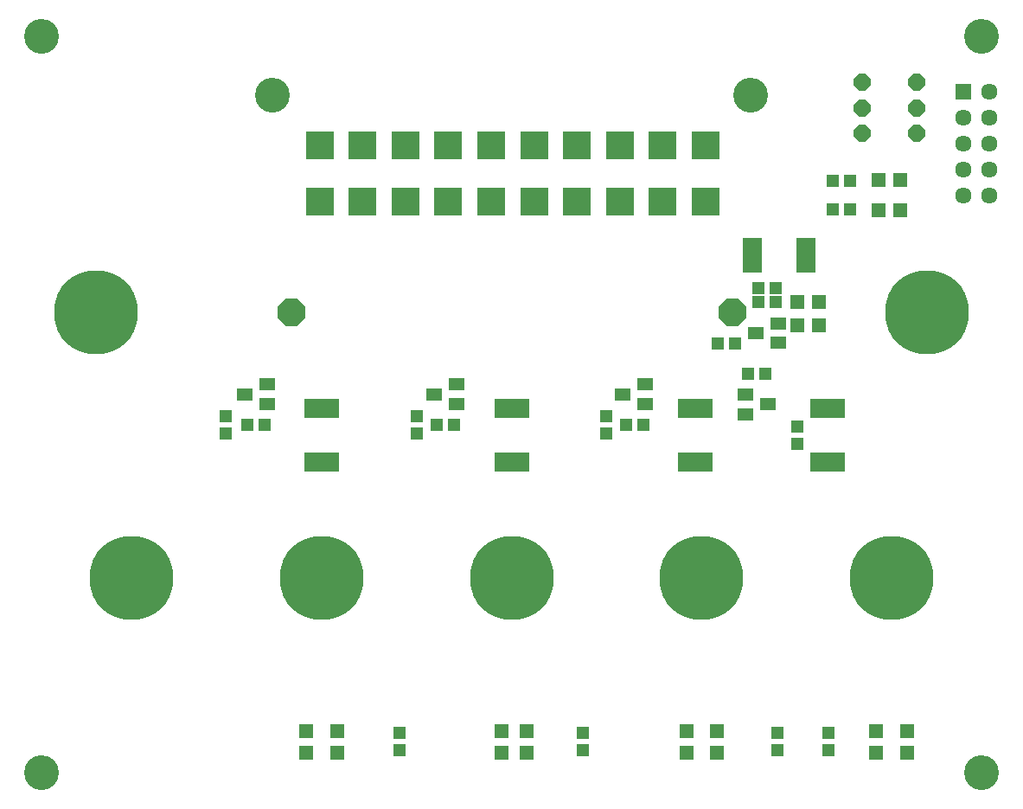
<source format=gbr>
G04 EAGLE Gerber RS-274X export*
G75*
%MOMM*%
%FSLAX34Y34*%
%LPD*%
%INSoldermask Top*%
%IPPOS*%
%AMOC8*
5,1,8,0,0,1.08239X$1,22.5*%
G01*
%ADD10P,2.969212X8X202.500000*%
%ADD11R,1.403200X1.403200*%
%ADD12R,1.303200X1.203200*%
%ADD13R,1.203200X1.303200*%
%ADD14R,3.353200X1.903200*%
%ADD15R,1.903200X3.353200*%
%ADD16C,8.203200*%
%ADD17R,2.753200X2.753200*%
%ADD18C,3.403200*%
%ADD19P,1.745679X8X112.500000*%
%ADD20R,1.603200X1.203200*%
%ADD21R,1.612800X1.612800*%
%ADD22C,1.612800*%


D10*
X715900Y490000D03*
X284100Y490000D03*
D11*
X329000Y59500D03*
X329000Y80500D03*
X515000Y59500D03*
X515000Y80500D03*
X701000Y59500D03*
X701000Y80500D03*
X800500Y499900D03*
X779500Y499900D03*
X887000Y59500D03*
X887000Y80500D03*
D12*
X390000Y78500D03*
X390000Y61500D03*
X570000Y78500D03*
X570000Y61500D03*
X760000Y78500D03*
X760000Y61500D03*
D13*
X758500Y513750D03*
X741500Y513750D03*
D12*
X810000Y78500D03*
X810000Y61500D03*
D14*
X809300Y396200D03*
X809300Y343800D03*
D15*
X735800Y546100D03*
X788200Y546100D03*
D14*
X680000Y396200D03*
X680000Y343800D03*
X500000Y396200D03*
X500000Y343800D03*
X314000Y396200D03*
X314000Y343800D03*
D11*
X880500Y590000D03*
X859500Y590000D03*
D13*
X831500Y590550D03*
X814500Y590550D03*
D16*
X314000Y230000D03*
X500000Y230000D03*
X686000Y230000D03*
X906650Y490000D03*
X872000Y230000D03*
X93350Y490000D03*
D17*
X312000Y653700D03*
X354000Y653700D03*
X396000Y653700D03*
X438000Y653700D03*
X480000Y653700D03*
X522000Y653700D03*
X564000Y653700D03*
X606000Y653700D03*
X648000Y653700D03*
X690000Y653700D03*
X312000Y598700D03*
X354000Y598700D03*
X396000Y598700D03*
X438000Y598700D03*
X480000Y598700D03*
X522000Y598700D03*
X564000Y598700D03*
X606000Y598700D03*
X648000Y598700D03*
X690000Y598700D03*
D18*
X266000Y703000D03*
X734000Y703000D03*
D16*
X128000Y230000D03*
D19*
X843000Y665000D03*
X843000Y690000D03*
X843000Y715000D03*
X897000Y715000D03*
X897000Y690000D03*
X897000Y665000D03*
D13*
X831500Y619125D03*
X814500Y619125D03*
D11*
X880500Y620000D03*
X859500Y620000D03*
D18*
X40000Y40000D03*
X960000Y40000D03*
X960000Y760000D03*
X40000Y760000D03*
D13*
X241500Y380000D03*
X258500Y380000D03*
D11*
X299000Y59500D03*
X299000Y80500D03*
D12*
X220000Y388500D03*
X220000Y371500D03*
D13*
X426500Y380000D03*
X443500Y380000D03*
D11*
X490000Y59500D03*
X490000Y80500D03*
D12*
X407500Y388500D03*
X407500Y371500D03*
D13*
X611800Y380100D03*
X628800Y380100D03*
D11*
X671000Y59500D03*
X671000Y80500D03*
D12*
X592500Y388500D03*
X592500Y371500D03*
D13*
X718500Y460000D03*
X701500Y460000D03*
D11*
X800500Y477500D03*
X779500Y477500D03*
D13*
X758500Y500000D03*
X741500Y500000D03*
D20*
X751000Y400000D03*
X729000Y390500D03*
X729000Y409500D03*
D13*
X731500Y430000D03*
X748500Y430000D03*
D20*
X239000Y410000D03*
X261000Y419500D03*
X261000Y400500D03*
X424000Y410000D03*
X446000Y419500D03*
X446000Y400500D03*
X609000Y410000D03*
X631000Y419500D03*
X631000Y400500D03*
X739000Y470000D03*
X761000Y479500D03*
X761000Y460500D03*
D11*
X857000Y59500D03*
X857000Y80500D03*
D12*
X780000Y361500D03*
X780000Y378500D03*
D21*
X942300Y705800D03*
D22*
X967700Y705800D03*
X942300Y680400D03*
X967700Y680400D03*
X942300Y655000D03*
X967700Y655000D03*
X942300Y629600D03*
X967700Y629600D03*
X942300Y604200D03*
X967700Y604200D03*
M02*

</source>
